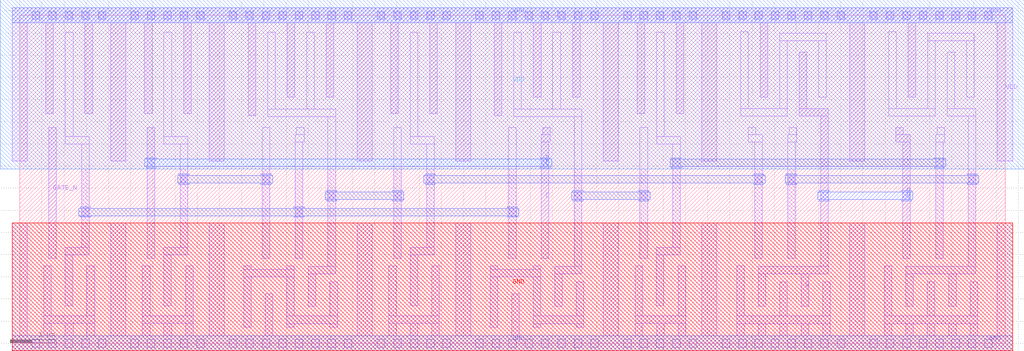
<source format=lef>
VERSION 5.7 ;
  NOWIREEXTENSIONATPIN ON ;
  DIVIDERCHAR "/" ;
  BUSBITCHARS "[]" ;
MACRO DLATCHN
  CLASS CORE ;
  FOREIGN DLATCHN ;
  ORIGIN 0.000 0.000 ;
  SIZE 22.200 BY 7.400 ;
  SYMMETRY X Y R90 ;
  SITE unitrh ;
  PIN Q
    DIRECTION OUTPUT ;
    USE SIGNAL ;
    ANTENNAGATEAREA 1.027250 ;
    ANTENNADIFFAREA 0.963050 ;
    PORT
      LAYER li1 ;
        RECT 17.565 5.295 17.735 6.565 ;
        RECT 17.565 5.125 18.215 5.295 ;
        RECT 18.045 1.740 18.215 5.125 ;
        RECT 19.740 4.710 19.910 4.870 ;
        RECT 19.740 4.540 20.065 4.710 ;
        RECT 19.895 1.915 20.065 4.540 ;
        RECT 16.635 1.570 18.215 1.740 ;
        RECT 16.635 0.835 16.805 1.570 ;
        RECT 17.605 0.835 17.775 1.570 ;
      LAYER mcon ;
        RECT 18.045 3.245 18.215 3.415 ;
        RECT 19.895 3.245 20.065 3.415 ;
      LAYER met1 ;
        RECT 18.015 3.415 18.245 3.445 ;
        RECT 19.865 3.415 20.095 3.445 ;
        RECT 17.985 3.245 20.125 3.415 ;
        RECT 18.015 3.215 18.245 3.245 ;
        RECT 19.865 3.215 20.095 3.245 ;
    END
  END Q
  PIN D
    DIRECTION INPUT ;
    USE SIGNAL ;
    ANTENNAGATEAREA 2.054500 ;
    PORT
      LAYER li1 ;
        RECT 2.875 1.920 3.045 4.865 ;
        RECT 11.785 4.710 11.955 4.865 ;
        RECT 11.755 4.535 11.955 4.710 ;
        RECT 11.755 1.915 11.925 4.535 ;
      LAYER mcon ;
        RECT 2.875 3.985 3.045 4.155 ;
        RECT 11.755 3.985 11.925 4.155 ;
      LAYER met1 ;
        RECT 2.845 4.155 3.075 4.185 ;
        RECT 11.725 4.155 11.955 4.185 ;
        RECT 2.815 3.985 11.985 4.155 ;
        RECT 2.845 3.955 3.075 3.985 ;
        RECT 11.725 3.955 11.955 3.985 ;
    END
  END D
  PIN GATE_N
    DIRECTION INPUT ;
    USE SIGNAL ;
    ANTENNAGATEAREA 1.027250 ;
    PORT
      LAYER li1 ;
        RECT 0.655 1.920 0.825 4.865 ;
    END
  END GATE_N
  PIN VDD
    DIRECTION INOUT ;
    USE POWER ;
    SHAPE ABUTMENT ;
    PORT
      LAYER nwell ;
        RECT -0.435 3.930 22.635 7.750 ;
      LAYER li1 ;
        RECT -0.170 7.230 22.370 7.570 ;
        RECT -0.170 4.110 0.170 7.230 ;
        RECT 0.590 5.185 0.760 7.230 ;
        RECT 1.470 5.185 1.640 7.230 ;
        RECT 2.050 4.110 2.390 7.230 ;
        RECT 2.810 5.185 2.980 7.230 ;
        RECT 3.690 5.185 3.860 7.230 ;
        RECT 4.270 4.110 4.610 7.230 ;
        RECT 5.145 5.135 5.315 7.230 ;
        RECT 6.025 5.555 6.195 7.230 ;
        RECT 6.905 5.555 7.075 7.230 ;
        RECT 7.600 4.110 7.940 7.230 ;
        RECT 8.360 5.185 8.530 7.230 ;
        RECT 9.240 5.185 9.410 7.230 ;
        RECT 9.820 4.110 10.160 7.230 ;
        RECT 10.695 5.135 10.865 7.230 ;
        RECT 11.575 5.555 11.745 7.230 ;
        RECT 12.455 5.555 12.625 7.230 ;
        RECT 13.150 4.110 13.490 7.230 ;
        RECT 13.910 5.185 14.080 7.230 ;
        RECT 14.790 5.185 14.960 7.230 ;
        RECT 15.370 4.110 15.710 7.230 ;
        RECT 16.685 5.555 16.855 7.230 ;
        RECT 18.700 4.110 19.040 7.230 ;
        RECT 20.015 5.555 20.185 7.230 ;
        RECT 22.030 4.110 22.370 7.230 ;
      LAYER mcon ;
        RECT 0.285 7.315 0.455 7.485 ;
        RECT 0.655 7.315 0.825 7.485 ;
        RECT 1.025 7.315 1.195 7.485 ;
        RECT 1.395 7.315 1.565 7.485 ;
        RECT 1.765 7.315 1.935 7.485 ;
        RECT 2.505 7.315 2.675 7.485 ;
        RECT 2.875 7.315 3.045 7.485 ;
        RECT 3.245 7.315 3.415 7.485 ;
        RECT 3.615 7.315 3.785 7.485 ;
        RECT 3.985 7.315 4.155 7.485 ;
        RECT 4.725 7.315 4.895 7.485 ;
        RECT 5.095 7.315 5.265 7.485 ;
        RECT 5.465 7.315 5.635 7.485 ;
        RECT 5.835 7.315 6.005 7.485 ;
        RECT 6.205 7.315 6.375 7.485 ;
        RECT 6.575 7.315 6.745 7.485 ;
        RECT 6.945 7.315 7.115 7.485 ;
        RECT 7.315 7.315 7.485 7.485 ;
        RECT 8.055 7.315 8.225 7.485 ;
        RECT 8.425 7.315 8.595 7.485 ;
        RECT 8.795 7.315 8.965 7.485 ;
        RECT 9.165 7.315 9.335 7.485 ;
        RECT 9.535 7.315 9.705 7.485 ;
        RECT 10.275 7.315 10.445 7.485 ;
        RECT 10.645 7.315 10.815 7.485 ;
        RECT 11.015 7.315 11.185 7.485 ;
        RECT 11.385 7.315 11.555 7.485 ;
        RECT 11.755 7.315 11.925 7.485 ;
        RECT 12.125 7.315 12.295 7.485 ;
        RECT 12.495 7.315 12.665 7.485 ;
        RECT 12.865 7.315 13.035 7.485 ;
        RECT 13.605 7.315 13.775 7.485 ;
        RECT 13.975 7.315 14.145 7.485 ;
        RECT 14.345 7.315 14.515 7.485 ;
        RECT 14.715 7.315 14.885 7.485 ;
        RECT 15.085 7.315 15.255 7.485 ;
        RECT 15.825 7.315 15.995 7.485 ;
        RECT 16.195 7.315 16.365 7.485 ;
        RECT 16.565 7.315 16.735 7.485 ;
        RECT 16.935 7.315 17.105 7.485 ;
        RECT 17.305 7.315 17.475 7.485 ;
        RECT 17.675 7.315 17.845 7.485 ;
        RECT 18.045 7.315 18.215 7.485 ;
        RECT 18.415 7.315 18.585 7.485 ;
        RECT 19.155 7.315 19.325 7.485 ;
        RECT 19.525 7.315 19.695 7.485 ;
        RECT 19.895 7.315 20.065 7.485 ;
        RECT 20.265 7.315 20.435 7.485 ;
        RECT 20.635 7.315 20.805 7.485 ;
        RECT 21.005 7.315 21.175 7.485 ;
        RECT 21.375 7.315 21.545 7.485 ;
        RECT 21.745 7.315 21.915 7.485 ;
      LAYER met1 ;
        RECT -0.170 7.230 22.370 7.570 ;
    END
  END VDD
  PIN GND
    DIRECTION INOUT ;
    USE GROUND ;
    SHAPE ABUTMENT ;
    PORT
      LAYER pwell ;
        RECT -0.170 -0.170 22.370 2.720 ;
      LAYER li1 ;
        RECT -0.170 0.170 0.170 2.720 ;
        RECT 0.545 0.620 0.715 1.750 ;
        RECT 1.515 0.620 1.685 1.750 ;
        RECT 0.545 0.450 1.685 0.620 ;
        RECT 0.545 0.170 0.715 0.450 ;
        RECT 1.030 0.170 1.200 0.450 ;
        RECT 1.515 0.170 1.685 0.450 ;
        RECT 2.050 0.170 2.390 2.720 ;
        RECT 2.765 0.620 2.935 1.750 ;
        RECT 3.735 0.620 3.905 1.750 ;
        RECT 2.765 0.450 3.905 0.620 ;
        RECT 2.765 0.170 2.935 0.450 ;
        RECT 3.250 0.170 3.420 0.450 ;
        RECT 3.735 0.170 3.905 0.450 ;
        RECT 4.270 0.170 4.610 2.720 ;
        RECT 5.535 0.170 5.705 1.120 ;
        RECT 7.600 0.170 7.940 2.720 ;
        RECT 8.315 0.620 8.485 1.750 ;
        RECT 9.285 0.620 9.455 1.750 ;
        RECT 8.315 0.450 9.455 0.620 ;
        RECT 8.315 0.170 8.485 0.450 ;
        RECT 8.800 0.170 8.970 0.450 ;
        RECT 9.285 0.170 9.455 0.450 ;
        RECT 9.820 0.170 10.160 2.720 ;
        RECT 11.085 0.170 11.255 1.120 ;
        RECT 13.150 0.170 13.490 2.720 ;
        RECT 13.865 0.620 14.035 1.750 ;
        RECT 14.835 0.620 15.005 1.750 ;
        RECT 13.865 0.450 15.005 0.620 ;
        RECT 13.865 0.170 14.035 0.450 ;
        RECT 14.350 0.170 14.520 0.450 ;
        RECT 14.835 0.170 15.005 0.450 ;
        RECT 15.370 0.170 15.710 2.720 ;
        RECT 16.150 0.615 16.320 1.745 ;
        RECT 17.120 0.615 17.290 1.390 ;
        RECT 18.090 0.615 18.260 1.390 ;
        RECT 16.150 0.445 18.260 0.615 ;
        RECT 16.150 0.170 16.320 0.445 ;
        RECT 16.635 0.170 16.805 0.445 ;
        RECT 17.120 0.170 17.290 0.445 ;
        RECT 17.605 0.170 17.775 0.445 ;
        RECT 18.090 0.170 18.260 0.445 ;
        RECT 18.700 0.170 19.040 2.720 ;
        RECT 19.480 0.615 19.650 1.745 ;
        RECT 20.450 0.615 20.620 1.390 ;
        RECT 21.420 0.615 21.590 1.390 ;
        RECT 19.480 0.445 21.590 0.615 ;
        RECT 19.480 0.170 19.650 0.445 ;
        RECT 19.965 0.170 20.135 0.445 ;
        RECT 20.450 0.170 20.620 0.445 ;
        RECT 20.935 0.170 21.105 0.445 ;
        RECT 21.420 0.170 21.590 0.445 ;
        RECT 22.030 0.170 22.370 2.720 ;
        RECT -0.170 -0.170 22.370 0.170 ;
      LAYER mcon ;
        RECT 0.285 -0.085 0.455 0.085 ;
        RECT 0.655 -0.085 0.825 0.085 ;
        RECT 1.025 -0.085 1.195 0.085 ;
        RECT 1.395 -0.085 1.565 0.085 ;
        RECT 1.765 -0.085 1.935 0.085 ;
        RECT 2.505 -0.085 2.675 0.085 ;
        RECT 2.875 -0.085 3.045 0.085 ;
        RECT 3.245 -0.085 3.415 0.085 ;
        RECT 3.615 -0.085 3.785 0.085 ;
        RECT 3.985 -0.085 4.155 0.085 ;
        RECT 4.725 -0.085 4.895 0.085 ;
        RECT 5.095 -0.085 5.265 0.085 ;
        RECT 5.465 -0.085 5.635 0.085 ;
        RECT 5.835 -0.085 6.005 0.085 ;
        RECT 6.205 -0.085 6.375 0.085 ;
        RECT 6.575 -0.085 6.745 0.085 ;
        RECT 6.945 -0.085 7.115 0.085 ;
        RECT 7.315 -0.085 7.485 0.085 ;
        RECT 8.055 -0.085 8.225 0.085 ;
        RECT 8.425 -0.085 8.595 0.085 ;
        RECT 8.795 -0.085 8.965 0.085 ;
        RECT 9.165 -0.085 9.335 0.085 ;
        RECT 9.535 -0.085 9.705 0.085 ;
        RECT 10.275 -0.085 10.445 0.085 ;
        RECT 10.645 -0.085 10.815 0.085 ;
        RECT 11.015 -0.085 11.185 0.085 ;
        RECT 11.385 -0.085 11.555 0.085 ;
        RECT 11.755 -0.085 11.925 0.085 ;
        RECT 12.125 -0.085 12.295 0.085 ;
        RECT 12.495 -0.085 12.665 0.085 ;
        RECT 12.865 -0.085 13.035 0.085 ;
        RECT 13.605 -0.085 13.775 0.085 ;
        RECT 13.975 -0.085 14.145 0.085 ;
        RECT 14.345 -0.085 14.515 0.085 ;
        RECT 14.715 -0.085 14.885 0.085 ;
        RECT 15.085 -0.085 15.255 0.085 ;
        RECT 15.825 -0.085 15.995 0.085 ;
        RECT 16.195 -0.085 16.365 0.085 ;
        RECT 16.565 -0.085 16.735 0.085 ;
        RECT 16.935 -0.085 17.105 0.085 ;
        RECT 17.305 -0.085 17.475 0.085 ;
        RECT 17.675 -0.085 17.845 0.085 ;
        RECT 18.045 -0.085 18.215 0.085 ;
        RECT 18.415 -0.085 18.585 0.085 ;
        RECT 19.155 -0.085 19.325 0.085 ;
        RECT 19.525 -0.085 19.695 0.085 ;
        RECT 19.895 -0.085 20.065 0.085 ;
        RECT 20.265 -0.085 20.435 0.085 ;
        RECT 20.635 -0.085 20.805 0.085 ;
        RECT 21.005 -0.085 21.175 0.085 ;
        RECT 21.375 -0.085 21.545 0.085 ;
        RECT 21.745 -0.085 21.915 0.085 ;
      LAYER met1 ;
        RECT -0.170 -0.170 22.370 0.170 ;
    END
  END GND
  OBS
      LAYER li1 ;
        RECT 1.030 4.665 1.200 7.020 ;
        RECT 3.250 4.665 3.420 7.020 ;
        RECT 5.585 5.285 5.755 7.020 ;
        RECT 6.465 5.285 6.635 7.020 ;
        RECT 5.585 5.115 7.115 5.285 ;
        RECT 1.030 4.495 1.565 4.665 ;
        RECT 3.250 4.495 3.785 4.665 ;
        RECT 1.395 2.165 1.565 4.495 ;
        RECT 3.615 2.165 3.785 4.495 ;
        RECT 1.025 1.995 1.565 2.165 ;
        RECT 3.245 1.995 3.785 2.165 ;
        RECT 1.025 0.840 1.195 1.995 ;
        RECT 3.245 0.840 3.415 1.995 ;
        RECT 5.465 1.915 5.635 4.865 ;
        RECT 6.235 4.710 6.405 4.865 ;
        RECT 6.205 4.535 6.405 4.710 ;
        RECT 6.205 1.915 6.375 4.535 ;
        RECT 5.050 1.665 5.220 1.745 ;
        RECT 6.020 1.665 6.190 1.745 ;
        RECT 6.945 1.740 7.115 5.115 ;
        RECT 8.425 1.920 8.595 4.865 ;
        RECT 8.800 4.665 8.970 7.020 ;
        RECT 11.135 5.285 11.305 7.020 ;
        RECT 12.015 5.285 12.185 7.020 ;
        RECT 11.135 5.115 12.665 5.285 ;
        RECT 8.800 4.495 9.335 4.665 ;
        RECT 9.165 2.165 9.335 4.495 ;
        RECT 8.795 1.995 9.335 2.165 ;
        RECT 5.050 1.495 6.190 1.665 ;
        RECT 5.050 0.365 5.220 1.495 ;
        RECT 6.020 0.615 6.190 1.495 ;
        RECT 6.505 1.570 7.115 1.740 ;
        RECT 6.505 0.835 6.675 1.570 ;
        RECT 6.990 0.615 7.160 1.385 ;
        RECT 8.795 0.840 8.965 1.995 ;
        RECT 11.015 1.915 11.185 4.865 ;
        RECT 10.600 1.665 10.770 1.745 ;
        RECT 11.570 1.665 11.740 1.745 ;
        RECT 12.495 1.740 12.665 5.115 ;
        RECT 13.975 1.920 14.145 4.865 ;
        RECT 14.350 4.665 14.520 7.020 ;
        RECT 16.245 5.295 16.415 7.025 ;
        RECT 17.125 6.825 18.175 6.995 ;
        RECT 17.125 5.295 17.295 6.825 ;
        RECT 18.005 5.555 18.175 6.825 ;
        RECT 16.245 5.125 17.295 5.295 ;
        RECT 19.575 5.295 19.745 7.025 ;
        RECT 20.455 6.825 21.505 6.995 ;
        RECT 20.455 5.295 20.625 6.825 ;
        RECT 19.575 5.125 20.625 5.295 ;
        RECT 20.895 5.295 21.065 6.565 ;
        RECT 21.335 5.555 21.505 6.825 ;
        RECT 20.895 5.125 21.545 5.295 ;
        RECT 16.410 4.710 16.580 4.870 ;
        RECT 17.340 4.710 17.510 4.870 ;
        RECT 20.670 4.710 20.840 4.870 ;
        RECT 14.350 4.495 14.885 4.665 ;
        RECT 16.410 4.540 16.735 4.710 ;
        RECT 14.715 2.165 14.885 4.495 ;
        RECT 14.345 1.995 14.885 2.165 ;
        RECT 10.600 1.495 11.740 1.665 ;
        RECT 6.020 0.445 7.160 0.615 ;
        RECT 6.020 0.365 6.190 0.445 ;
        RECT 6.990 0.365 7.160 0.445 ;
        RECT 10.600 0.365 10.770 1.495 ;
        RECT 11.570 0.615 11.740 1.495 ;
        RECT 12.055 1.570 12.665 1.740 ;
        RECT 12.055 0.835 12.225 1.570 ;
        RECT 12.540 0.615 12.710 1.385 ;
        RECT 14.345 0.840 14.515 1.995 ;
        RECT 16.565 1.915 16.735 4.540 ;
        RECT 17.305 4.540 17.510 4.710 ;
        RECT 20.635 4.540 20.840 4.710 ;
        RECT 17.305 1.915 17.475 4.540 ;
        RECT 20.635 1.915 20.805 4.540 ;
        RECT 21.375 1.740 21.545 5.125 ;
        RECT 19.965 1.570 21.545 1.740 ;
        RECT 19.965 0.835 20.135 1.570 ;
        RECT 20.935 0.835 21.105 1.570 ;
        RECT 11.570 0.445 12.710 0.615 ;
        RECT 11.570 0.365 11.740 0.445 ;
        RECT 12.540 0.365 12.710 0.445 ;
      LAYER mcon ;
        RECT 1.395 2.875 1.565 3.045 ;
        RECT 3.615 3.615 3.785 3.785 ;
        RECT 5.465 3.615 5.635 3.785 ;
        RECT 6.205 2.875 6.375 3.045 ;
        RECT 6.945 3.245 7.115 3.415 ;
        RECT 8.425 3.245 8.595 3.415 ;
        RECT 9.165 3.615 9.335 3.785 ;
        RECT 11.015 2.875 11.185 3.045 ;
        RECT 12.495 3.245 12.665 3.415 ;
        RECT 13.975 3.245 14.145 3.415 ;
        RECT 14.715 3.985 14.885 4.155 ;
        RECT 16.565 3.615 16.735 3.785 ;
        RECT 17.305 3.615 17.475 3.785 ;
        RECT 20.635 3.985 20.805 4.155 ;
        RECT 21.375 3.615 21.545 3.785 ;
      LAYER met1 ;
        RECT 14.685 4.155 14.915 4.185 ;
        RECT 20.605 4.155 20.835 4.185 ;
        RECT 14.655 3.985 20.865 4.155 ;
        RECT 14.685 3.955 14.915 3.985 ;
        RECT 20.605 3.955 20.835 3.985 ;
        RECT 3.585 3.785 3.815 3.815 ;
        RECT 5.435 3.785 5.665 3.815 ;
        RECT 9.135 3.785 9.365 3.815 ;
        RECT 16.535 3.785 16.765 3.815 ;
        RECT 17.275 3.785 17.505 3.815 ;
        RECT 21.345 3.785 21.575 3.815 ;
        RECT 3.555 3.615 5.695 3.785 ;
        RECT 9.105 3.615 16.795 3.785 ;
        RECT 17.245 3.615 21.605 3.785 ;
        RECT 3.585 3.585 3.815 3.615 ;
        RECT 5.435 3.585 5.665 3.615 ;
        RECT 9.135 3.585 9.365 3.615 ;
        RECT 16.535 3.585 16.765 3.615 ;
        RECT 17.275 3.585 17.505 3.615 ;
        RECT 21.345 3.585 21.575 3.615 ;
        RECT 6.915 3.415 7.145 3.445 ;
        RECT 8.395 3.415 8.625 3.445 ;
        RECT 12.465 3.415 12.695 3.445 ;
        RECT 13.945 3.415 14.175 3.445 ;
        RECT 6.885 3.245 8.655 3.415 ;
        RECT 12.435 3.245 14.205 3.415 ;
        RECT 6.915 3.215 7.145 3.245 ;
        RECT 8.395 3.215 8.625 3.245 ;
        RECT 12.465 3.215 12.695 3.245 ;
        RECT 13.945 3.215 14.175 3.245 ;
        RECT 1.365 3.045 1.595 3.075 ;
        RECT 6.175 3.045 6.405 3.075 ;
        RECT 10.985 3.045 11.215 3.075 ;
        RECT 1.335 2.875 11.245 3.045 ;
        RECT 1.365 2.845 1.595 2.875 ;
        RECT 6.175 2.845 6.405 2.875 ;
        RECT 10.985 2.845 11.215 2.875 ;
  END
END DLATCHN
END LIBRARY


</source>
